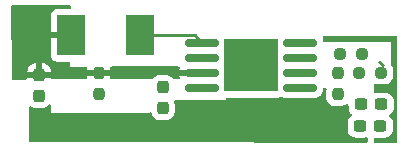
<source format=gbr>
%TF.GenerationSoftware,KiCad,Pcbnew,6.99.0-unknown-bde2d388f1~154~ubuntu22.04.1*%
%TF.CreationDate,2022-09-14T17:24:21+01:00*%
%TF.ProjectId,boostcircuit,626f6f73-7463-4697-9263-7569742e6b69,rev?*%
%TF.SameCoordinates,Original*%
%TF.FileFunction,Copper,L1,Top*%
%TF.FilePolarity,Positive*%
%FSLAX46Y46*%
G04 Gerber Fmt 4.6, Leading zero omitted, Abs format (unit mm)*
G04 Created by KiCad (PCBNEW 6.99.0-unknown-bde2d388f1~154~ubuntu22.04.1) date 2022-09-14 17:24:21*
%MOMM*%
%LPD*%
G01*
G04 APERTURE LIST*
G04 Aperture macros list*
%AMRoundRect*
0 Rectangle with rounded corners*
0 $1 Rounding radius*
0 $2 $3 $4 $5 $6 $7 $8 $9 X,Y pos of 4 corners*
0 Add a 4 corners polygon primitive as box body*
4,1,4,$2,$3,$4,$5,$6,$7,$8,$9,$2,$3,0*
0 Add four circle primitives for the rounded corners*
1,1,$1+$1,$2,$3*
1,1,$1+$1,$4,$5*
1,1,$1+$1,$6,$7*
1,1,$1+$1,$8,$9*
0 Add four rect primitives between the rounded corners*
20,1,$1+$1,$2,$3,$4,$5,0*
20,1,$1+$1,$4,$5,$6,$7,0*
20,1,$1+$1,$6,$7,$8,$9,0*
20,1,$1+$1,$8,$9,$2,$3,0*%
G04 Aperture macros list end*
%TA.AperFunction,SMDPad,CuDef*%
%ADD10RoundRect,0.175000X-1.250000X-0.175000X1.250000X-0.175000X1.250000X0.175000X-1.250000X0.175000X0*%
%TD*%
%TA.AperFunction,ComponentPad*%
%ADD11C,0.810000*%
%TD*%
%TA.AperFunction,SMDPad,CuDef*%
%ADD12R,4.570000X4.450000*%
%TD*%
%TA.AperFunction,SMDPad,CuDef*%
%ADD13RoundRect,0.237500X-0.237500X0.250000X-0.237500X-0.250000X0.237500X-0.250000X0.237500X0.250000X0*%
%TD*%
%TA.AperFunction,SMDPad,CuDef*%
%ADD14RoundRect,0.237500X0.250000X0.237500X-0.250000X0.237500X-0.250000X-0.237500X0.250000X-0.237500X0*%
%TD*%
%TA.AperFunction,SMDPad,CuDef*%
%ADD15RoundRect,0.237500X0.300000X0.237500X-0.300000X0.237500X-0.300000X-0.237500X0.300000X-0.237500X0*%
%TD*%
%TA.AperFunction,SMDPad,CuDef*%
%ADD16R,2.413000X3.429000*%
%TD*%
%TA.AperFunction,SMDPad,CuDef*%
%ADD17RoundRect,0.237500X-0.237500X0.300000X-0.237500X-0.300000X0.237500X-0.300000X0.237500X0.300000X0*%
%TD*%
%TA.AperFunction,SMDPad,CuDef*%
%ADD18RoundRect,0.237500X0.237500X-0.250000X0.237500X0.250000X-0.237500X0.250000X-0.237500X-0.250000X0*%
%TD*%
%TA.AperFunction,SMDPad,CuDef*%
%ADD19RoundRect,0.237500X-0.250000X-0.237500X0.250000X-0.237500X0.250000X0.237500X-0.250000X0.237500X0*%
%TD*%
%TA.AperFunction,Conductor*%
%ADD20C,0.250000*%
%TD*%
G04 APERTURE END LIST*
D10*
%TO.P,U1,1,LX*%
%TO.N,Net-(U1-LX)*%
X138090000Y-89535000D03*
%TO.P,U1,2,LX*%
X138090000Y-90805000D03*
%TO.P,U1,3,Vin*%
%TO.N,+3.3V*%
X138090000Y-92075000D03*
%TO.P,U1,4,EN*%
%TO.N,Net-(U1-EN)*%
X138090000Y-93345000D03*
%TO.P,U1,5,Gnd*%
%TO.N,GND*%
X146390000Y-93345000D03*
%TO.P,U1,6,FB*%
%TO.N,Net-(U1-FB)*%
X146390000Y-92075000D03*
%TO.P,U1,7,OC*%
%TO.N,Net-(U1-OC)*%
X146390000Y-90805000D03*
%TO.P,U1,8,VO*%
%TO.N,Net-(U1-VO)*%
X146390000Y-89535000D03*
D11*
%TO.P,U1,9,PGND*%
%TO.N,GND*%
X140970000Y-90170000D03*
X140970000Y-91440000D03*
X140970000Y-92710000D03*
D12*
X142239999Y-91439999D03*
D11*
X143510000Y-90170000D03*
X143510000Y-91440000D03*
X143510000Y-92710000D03*
%TD*%
D13*
%TO.P,R2,1*%
%TO.N,Net-(U1-FB)*%
X149580000Y-92087500D03*
%TO.P,R2,2*%
%TO.N,GND*%
X149580000Y-93912500D03*
%TD*%
D14*
%TO.P,R1,1*%
%TO.N,Net-(U1-VO)*%
X153232500Y-92080000D03*
%TO.P,R1,2*%
%TO.N,Net-(U1-FB)*%
X151407500Y-92080000D03*
%TD*%
D15*
%TO.P,C4,1*%
%TO.N,Net-(U1-VO)*%
X153172500Y-96580000D03*
%TO.P,C4,2*%
%TO.N,GND*%
X151447500Y-96580000D03*
%TD*%
D16*
%TO.P,L1,1*%
%TO.N,+3.3V*%
X126999999Y-88899999D03*
%TO.P,L1,2*%
%TO.N,Net-(U1-LX)*%
X132841999Y-88899999D03*
%TD*%
D15*
%TO.P,C3,1*%
%TO.N,Net-(U1-VO)*%
X153252500Y-94750000D03*
%TO.P,C3,2*%
%TO.N,GND*%
X151527500Y-94750000D03*
%TD*%
D17*
%TO.P,C1,2*%
%TO.N,GND*%
X124280000Y-94005000D03*
%TO.P,C1,1*%
%TO.N,+3.3V*%
X124280000Y-92280000D03*
%TD*%
%TO.P,C8,1*%
%TO.N,Net-(U1-EN)*%
X134770000Y-93320000D03*
%TO.P,C8,2*%
%TO.N,GND*%
X134770000Y-95045000D03*
%TD*%
D18*
%TO.P,R3,1*%
%TO.N,Net-(U1-EN)*%
X129330000Y-93902500D03*
%TO.P,R3,2*%
%TO.N,+3.3V*%
X129330000Y-92077500D03*
%TD*%
D19*
%TO.P,R9,2*%
%TO.N,GND*%
X151592500Y-90490000D03*
%TO.P,R9,1*%
%TO.N,Net-(U1-OC)*%
X149767500Y-90490000D03*
%TD*%
D20*
%TO.N,Net-(U1-VO)*%
X153357776Y-91440000D02*
X153057776Y-91140000D01*
%TO.N,Net-(U1-LX)*%
X132842000Y-88900000D02*
X137455000Y-88900000D01*
X137455000Y-88900000D02*
X138090000Y-89535000D01*
%TO.N,GND*%
X144145000Y-93345000D02*
X143510000Y-92710000D01*
%TO.N,Net-(U1-LX)*%
X132842000Y-88900000D02*
X133477000Y-88265000D01*
%TO.N,+3.3V*%
X136565000Y-92075000D02*
X138090000Y-92075000D01*
X126200000Y-89700000D02*
X127000000Y-88900000D01*
%TO.N,Net-(U1-EN)*%
X137795000Y-93345000D02*
X138090000Y-93345000D01*
%TO.N,Net-(U1-VO)*%
X146390000Y-89535000D02*
X146685000Y-89535000D01*
%TD*%
%TA.AperFunction,Conductor*%
%TO.N,+3.3V*%
G36*
X126938926Y-86380002D02*
G01*
X126985419Y-86433658D01*
X126996765Y-86489156D01*
X126995124Y-86554656D01*
X126973423Y-86622254D01*
X126918619Y-86667389D01*
X126869164Y-86677500D01*
X125748277Y-86677500D01*
X125741562Y-86677860D01*
X125692243Y-86683162D01*
X125677022Y-86686759D01*
X125555980Y-86731905D01*
X125540324Y-86740454D01*
X125437807Y-86817198D01*
X125425198Y-86829807D01*
X125348454Y-86932324D01*
X125339905Y-86947980D01*
X125294759Y-87069022D01*
X125291162Y-87084243D01*
X125285860Y-87133562D01*
X125285500Y-87140277D01*
X125285500Y-88627885D01*
X125289975Y-88643124D01*
X125291365Y-88644329D01*
X125299048Y-88646000D01*
X126942740Y-88646000D01*
X126930015Y-89154000D01*
X125303615Y-89154000D01*
X125288376Y-89158475D01*
X125287171Y-89159865D01*
X125285500Y-89167548D01*
X125285500Y-90659723D01*
X125285860Y-90666438D01*
X125291162Y-90715757D01*
X125294759Y-90730978D01*
X125339905Y-90852020D01*
X125348454Y-90867676D01*
X125425198Y-90970193D01*
X125437807Y-90982802D01*
X125540324Y-91059546D01*
X125555980Y-91068095D01*
X125677022Y-91113241D01*
X125692243Y-91116838D01*
X125741562Y-91122140D01*
X125748277Y-91122500D01*
X126751513Y-91122500D01*
X126819634Y-91142502D01*
X126866127Y-91196158D01*
X126877473Y-91251655D01*
X126870000Y-91550000D01*
X127247295Y-91549090D01*
X128230777Y-91546719D01*
X128298946Y-91566557D01*
X128345568Y-91620101D01*
X128356429Y-91685524D01*
X128347325Y-91774637D01*
X128347000Y-91781030D01*
X128347000Y-91805385D01*
X128351475Y-91820624D01*
X128352865Y-91821829D01*
X128360548Y-91823500D01*
X130294885Y-91823500D01*
X130310124Y-91819025D01*
X130311329Y-91817635D01*
X130313000Y-91809952D01*
X130313000Y-91781030D01*
X130312675Y-91774639D01*
X130303029Y-91680225D01*
X130316005Y-91610424D01*
X130364657Y-91558719D01*
X130428071Y-91541419D01*
X134394948Y-91531853D01*
X136069042Y-91527816D01*
X136137211Y-91547654D01*
X136183833Y-91601197D01*
X136194106Y-91671447D01*
X136189641Y-91691301D01*
X136165237Y-91769617D01*
X136162651Y-91782621D01*
X136160803Y-91802957D01*
X136163744Y-91817851D01*
X136175605Y-91821000D01*
X138218000Y-91821000D01*
X138286121Y-91841002D01*
X138332614Y-91894658D01*
X138344000Y-91947000D01*
X138344000Y-92203000D01*
X138323998Y-92271121D01*
X138270342Y-92317614D01*
X138218000Y-92329000D01*
X136177279Y-92329000D01*
X136162714Y-92333277D01*
X136160651Y-92345372D01*
X136162650Y-92367371D01*
X136165240Y-92380392D01*
X136183087Y-92437667D01*
X136184256Y-92508653D01*
X136146861Y-92569004D01*
X136082775Y-92599556D01*
X136063229Y-92601150D01*
X135695178Y-92602426D01*
X135626989Y-92582660D01*
X135598195Y-92556646D01*
X135596658Y-92554154D01*
X135473346Y-92430842D01*
X135324920Y-92339291D01*
X135259502Y-92317614D01*
X135165907Y-92286600D01*
X135165903Y-92286599D01*
X135159381Y-92284438D01*
X135152547Y-92283740D01*
X135152543Y-92283739D01*
X135060397Y-92274325D01*
X135060391Y-92274325D01*
X135057213Y-92274000D01*
X134770045Y-92274000D01*
X134482788Y-92274001D01*
X134479611Y-92274326D01*
X134479602Y-92274326D01*
X134431735Y-92279216D01*
X134380619Y-92284438D01*
X134215080Y-92339291D01*
X134066654Y-92430842D01*
X133943342Y-92554154D01*
X133939489Y-92560401D01*
X133939008Y-92561009D01*
X133881066Y-92602036D01*
X133840617Y-92608854D01*
X130427795Y-92620684D01*
X130359607Y-92600918D01*
X130312928Y-92547424D01*
X130302894Y-92479312D01*
X130302569Y-92479279D01*
X130302700Y-92477995D01*
X130302581Y-92477186D01*
X130303058Y-92474492D01*
X130312675Y-92380361D01*
X130313000Y-92373971D01*
X130313000Y-92349615D01*
X130308525Y-92334376D01*
X130307135Y-92333171D01*
X130299452Y-92331500D01*
X128365115Y-92331500D01*
X128349876Y-92335975D01*
X128348671Y-92337365D01*
X128347000Y-92345048D01*
X128347000Y-92373971D01*
X128347325Y-92380361D01*
X128356732Y-92472438D01*
X128357475Y-92475908D01*
X128357311Y-92478102D01*
X128357431Y-92479279D01*
X128357221Y-92479300D01*
X128352177Y-92546706D01*
X128309444Y-92603402D01*
X128242843Y-92627994D01*
X128234704Y-92628285D01*
X126794166Y-92633278D01*
X125383026Y-92638170D01*
X125314837Y-92618404D01*
X125268158Y-92564910D01*
X125261693Y-92547668D01*
X125258524Y-92536875D01*
X125257135Y-92535671D01*
X125249452Y-92534000D01*
X123315115Y-92534000D01*
X123299876Y-92538475D01*
X123298670Y-92539867D01*
X123297203Y-92546609D01*
X123263178Y-92608922D01*
X123200866Y-92642947D01*
X123174521Y-92645825D01*
X122801432Y-92647118D01*
X122095436Y-92649565D01*
X122027246Y-92629799D01*
X121980567Y-92576305D01*
X121969003Y-92524568D01*
X121964896Y-92007885D01*
X123297000Y-92007885D01*
X123301475Y-92023124D01*
X123302865Y-92024329D01*
X123310548Y-92026000D01*
X124007885Y-92026000D01*
X124023124Y-92021525D01*
X124024329Y-92020135D01*
X124026000Y-92012452D01*
X124026000Y-92007885D01*
X124534000Y-92007885D01*
X124538475Y-92023124D01*
X124539865Y-92024329D01*
X124547548Y-92026000D01*
X125244885Y-92026000D01*
X125260124Y-92021525D01*
X125261329Y-92020135D01*
X125263000Y-92012452D01*
X125263000Y-91933530D01*
X125262675Y-91927139D01*
X125253267Y-91835057D01*
X125250408Y-91821699D01*
X125200058Y-91669753D01*
X125193902Y-91656551D01*
X125110117Y-91520715D01*
X125101070Y-91509274D01*
X124988226Y-91396430D01*
X124976785Y-91387383D01*
X124840949Y-91303598D01*
X124827747Y-91297442D01*
X124675801Y-91247092D01*
X124662443Y-91244233D01*
X124570361Y-91234825D01*
X124563970Y-91234500D01*
X124552115Y-91234500D01*
X124536876Y-91238975D01*
X124535671Y-91240365D01*
X124534000Y-91248048D01*
X124534000Y-92007885D01*
X124026000Y-92007885D01*
X124026000Y-91252615D01*
X124021525Y-91237376D01*
X124020135Y-91236171D01*
X124012452Y-91234500D01*
X123996030Y-91234500D01*
X123989639Y-91234825D01*
X123897557Y-91244233D01*
X123884199Y-91247092D01*
X123732253Y-91297442D01*
X123719051Y-91303598D01*
X123583215Y-91387383D01*
X123571774Y-91396430D01*
X123458930Y-91509274D01*
X123449883Y-91520715D01*
X123366098Y-91656551D01*
X123359942Y-91669753D01*
X123309592Y-91821699D01*
X123306733Y-91835057D01*
X123297325Y-91927139D01*
X123297000Y-91933530D01*
X123297000Y-92007885D01*
X121964896Y-92007885D01*
X121921010Y-86487002D01*
X121940470Y-86418724D01*
X121993754Y-86371806D01*
X122047006Y-86360000D01*
X126870805Y-86360000D01*
X126938926Y-86380002D01*
G37*
%TD.AperFunction*%
%TD*%
%TA.AperFunction,NonConductor*%
G36*
X148462653Y-93327599D02*
G01*
X148495732Y-93328354D01*
X148563378Y-93349906D01*
X148608634Y-93404609D01*
X148617131Y-93475095D01*
X148612461Y-93493950D01*
X148606938Y-93510619D01*
X148606240Y-93517453D01*
X148606239Y-93517457D01*
X148596825Y-93609603D01*
X148596500Y-93612787D01*
X148596501Y-94212212D01*
X148606938Y-94314381D01*
X148661791Y-94479920D01*
X148665642Y-94486163D01*
X148731614Y-94593119D01*
X148753342Y-94628346D01*
X148876654Y-94751658D01*
X148882901Y-94755511D01*
X148882902Y-94755512D01*
X148907762Y-94770846D01*
X149025080Y-94843209D01*
X149087255Y-94863811D01*
X149184093Y-94895900D01*
X149184097Y-94895901D01*
X149190619Y-94898062D01*
X149197453Y-94898760D01*
X149197457Y-94898761D01*
X149289603Y-94908175D01*
X149289609Y-94908175D01*
X149292787Y-94908500D01*
X149579955Y-94908500D01*
X149867212Y-94908499D01*
X149870389Y-94908174D01*
X149870398Y-94908174D01*
X149918265Y-94903284D01*
X149969381Y-94898062D01*
X150134920Y-94843209D01*
X150252238Y-94770846D01*
X150277100Y-94755511D01*
X150277102Y-94755509D01*
X150283346Y-94751658D01*
X150283957Y-94752649D01*
X150343186Y-94728751D01*
X150412936Y-94742000D01*
X150464450Y-94790854D01*
X150481501Y-94854147D01*
X150481501Y-95037212D01*
X150481826Y-95040389D01*
X150481826Y-95040398D01*
X150486529Y-95086430D01*
X150491938Y-95139381D01*
X150546791Y-95304920D01*
X150638342Y-95453346D01*
X150727734Y-95542738D01*
X150761760Y-95605050D01*
X150756695Y-95675865D01*
X150714148Y-95732701D01*
X150704788Y-95739073D01*
X150681654Y-95753342D01*
X150558342Y-95876654D01*
X150466791Y-96025080D01*
X150411938Y-96190619D01*
X150401500Y-96292787D01*
X150401501Y-96867212D01*
X150411938Y-96969381D01*
X150466791Y-97134920D01*
X150558342Y-97283346D01*
X150681654Y-97406658D01*
X150830080Y-97498209D01*
X150892255Y-97518811D01*
X150989093Y-97550900D01*
X150989097Y-97550901D01*
X150995619Y-97553062D01*
X151002453Y-97553760D01*
X151002457Y-97553761D01*
X151094603Y-97563175D01*
X151094609Y-97563175D01*
X151097787Y-97563500D01*
X151447445Y-97563500D01*
X151797212Y-97563499D01*
X151800389Y-97563174D01*
X151800398Y-97563174D01*
X151848265Y-97558284D01*
X151899381Y-97553062D01*
X151905906Y-97550900D01*
X151941309Y-97539169D01*
X152012264Y-97536729D01*
X152073274Y-97573038D01*
X152104969Y-97636567D01*
X152106936Y-97657671D01*
X152106987Y-97663495D01*
X152106219Y-97675173D01*
X152106418Y-97675187D01*
X152106110Y-97679684D01*
X152105484Y-97684136D01*
X152106004Y-97856368D01*
X152106085Y-97883257D01*
X152086289Y-97951438D01*
X152032774Y-97998092D01*
X151979736Y-98009637D01*
X133129750Y-97957038D01*
X123564087Y-97930346D01*
X123496023Y-97910153D01*
X123449680Y-97856368D01*
X123438449Y-97805921D01*
X123430010Y-97130800D01*
X123430000Y-97129225D01*
X123430000Y-95029460D01*
X123450002Y-94961339D01*
X123503658Y-94914846D01*
X123573932Y-94904742D01*
X123622147Y-94922219D01*
X123679675Y-94957702D01*
X123725080Y-94985709D01*
X123787255Y-95006311D01*
X123884093Y-95038400D01*
X123884097Y-95038401D01*
X123890619Y-95040562D01*
X123897453Y-95041260D01*
X123897457Y-95041261D01*
X123989603Y-95050675D01*
X123989609Y-95050675D01*
X123992787Y-95051000D01*
X124279955Y-95051000D01*
X124567212Y-95050999D01*
X124570389Y-95050674D01*
X124570398Y-95050674D01*
X124618265Y-95045784D01*
X124669381Y-95040562D01*
X124834920Y-94985709D01*
X124966187Y-94904742D01*
X124977098Y-94898012D01*
X124977099Y-94898011D01*
X124983346Y-94894158D01*
X125092158Y-94785346D01*
X125154470Y-94751320D01*
X125225285Y-94756385D01*
X125282121Y-94798932D01*
X125306932Y-94865452D01*
X125307252Y-94873817D01*
X125310000Y-95440000D01*
X125323235Y-95440064D01*
X126255691Y-95444569D01*
X133590000Y-95480000D01*
X133590134Y-95472640D01*
X133648972Y-95435226D01*
X133719967Y-95435568D01*
X133779508Y-95474239D01*
X133803492Y-95516660D01*
X133851791Y-95662420D01*
X133943342Y-95810846D01*
X134066654Y-95934158D01*
X134215080Y-96025709D01*
X134238176Y-96033362D01*
X134374093Y-96078400D01*
X134374097Y-96078401D01*
X134380619Y-96080562D01*
X134387453Y-96081260D01*
X134387457Y-96081261D01*
X134479603Y-96090675D01*
X134479609Y-96090675D01*
X134482787Y-96091000D01*
X134769955Y-96091000D01*
X135057212Y-96090999D01*
X135060389Y-96090674D01*
X135060398Y-96090674D01*
X135108265Y-96085784D01*
X135159381Y-96080562D01*
X135324920Y-96025709D01*
X135473346Y-95934158D01*
X135596658Y-95810846D01*
X135688209Y-95662420D01*
X135743062Y-95496881D01*
X135745376Y-95474239D01*
X135753175Y-95397897D01*
X135753175Y-95397891D01*
X135753500Y-95394713D01*
X135753499Y-94695288D01*
X135743062Y-94593119D01*
X135730096Y-94553989D01*
X135727656Y-94483036D01*
X135763964Y-94422026D01*
X135827493Y-94390331D01*
X135850171Y-94388359D01*
X135977038Y-94388832D01*
X136290000Y-94390000D01*
X136290380Y-94389997D01*
X136290453Y-94389997D01*
X139436045Y-94365843D01*
X140099929Y-94360745D01*
X140098809Y-94301898D01*
X140117511Y-94233409D01*
X140170272Y-94185903D01*
X140224786Y-94173500D01*
X144573638Y-94173500D01*
X144576985Y-94173140D01*
X144576988Y-94173140D01*
X144597295Y-94170957D01*
X144634201Y-94166989D01*
X144734736Y-94129491D01*
X144805552Y-94124426D01*
X144843955Y-94139719D01*
X144857423Y-94147861D01*
X144864695Y-94150127D01*
X144864697Y-94150128D01*
X145009530Y-94195260D01*
X145009532Y-94195260D01*
X145015891Y-94197242D01*
X145084757Y-94203500D01*
X146389772Y-94203500D01*
X147695242Y-94203499D01*
X147698090Y-94203240D01*
X147698095Y-94203240D01*
X147757463Y-94197846D01*
X147757465Y-94197846D01*
X147764109Y-94197242D01*
X147861194Y-94166989D01*
X147915303Y-94150128D01*
X147915305Y-94150127D01*
X147922577Y-94147861D01*
X148064623Y-94061992D01*
X148181992Y-93944623D01*
X148267861Y-93802577D01*
X148275851Y-93776938D01*
X148315260Y-93650470D01*
X148315260Y-93650468D01*
X148317242Y-93644109D01*
X148323500Y-93575243D01*
X148323500Y-93453331D01*
X148343502Y-93385210D01*
X148397158Y-93338717D01*
X148452376Y-93327364D01*
X148462653Y-93327599D01*
G37*
%TD.AperFunction*%
%TA.AperFunction,NonConductor*%
G36*
X154561656Y-88950181D02*
G01*
X154608314Y-89003693D01*
X154619861Y-89056525D01*
X154619656Y-89242537D01*
X154610138Y-97894139D01*
X154590061Y-97962237D01*
X154536354Y-98008671D01*
X154484138Y-98020000D01*
X152745620Y-98020000D01*
X152677499Y-97999998D01*
X152631006Y-97946342D01*
X152619621Y-97894380D01*
X152618982Y-97682587D01*
X152638778Y-97614406D01*
X152692293Y-97567752D01*
X152757788Y-97556860D01*
X152819585Y-97563174D01*
X152819607Y-97563175D01*
X152822787Y-97563500D01*
X153172445Y-97563500D01*
X153522212Y-97563499D01*
X153525389Y-97563174D01*
X153525398Y-97563174D01*
X153573265Y-97558284D01*
X153624381Y-97553062D01*
X153789920Y-97498209D01*
X153938346Y-97406658D01*
X154061658Y-97283346D01*
X154153209Y-97134920D01*
X154208062Y-96969381D01*
X154218500Y-96867213D01*
X154218499Y-96292788D01*
X154208062Y-96190619D01*
X154153209Y-96025080D01*
X154061658Y-95876654D01*
X153972266Y-95787262D01*
X153938240Y-95724950D01*
X153943305Y-95654135D01*
X153985852Y-95597299D01*
X153995214Y-95590926D01*
X154012098Y-95580512D01*
X154012099Y-95580511D01*
X154018346Y-95576658D01*
X154141658Y-95453346D01*
X154233209Y-95304920D01*
X154288062Y-95139381D01*
X154298500Y-95037213D01*
X154298499Y-94462788D01*
X154288062Y-94360619D01*
X154233209Y-94195080D01*
X154141658Y-94046654D01*
X154018346Y-93923342D01*
X153998668Y-93911204D01*
X153876163Y-93835642D01*
X153869920Y-93831791D01*
X153781756Y-93802577D01*
X153710907Y-93779100D01*
X153710903Y-93779099D01*
X153704381Y-93776938D01*
X153697547Y-93776240D01*
X153697543Y-93776239D01*
X153605397Y-93766825D01*
X153605391Y-93766825D01*
X153602213Y-93766500D01*
X153252555Y-93766500D01*
X152902788Y-93766501D01*
X152899611Y-93766826D01*
X152899602Y-93766826D01*
X152851735Y-93771716D01*
X152800619Y-93776938D01*
X152794097Y-93779099D01*
X152794093Y-93779100D01*
X152772502Y-93786255D01*
X152701547Y-93788696D01*
X152640537Y-93752389D01*
X152608841Y-93688860D01*
X152606869Y-93667031D01*
X152605319Y-93153275D01*
X152625115Y-93085094D01*
X152678630Y-93038440D01*
X152748873Y-93028124D01*
X152770950Y-93033290D01*
X152824093Y-93050900D01*
X152824097Y-93050901D01*
X152830619Y-93053062D01*
X152837453Y-93053760D01*
X152837457Y-93053761D01*
X152929603Y-93063175D01*
X152929609Y-93063175D01*
X152932787Y-93063500D01*
X153232453Y-93063500D01*
X153532212Y-93063499D01*
X153535389Y-93063174D01*
X153535398Y-93063174D01*
X153583265Y-93058284D01*
X153634381Y-93053062D01*
X153799920Y-92998209D01*
X153948346Y-92906658D01*
X154071658Y-92783346D01*
X154163209Y-92634920D01*
X154183811Y-92572745D01*
X154215900Y-92475907D01*
X154215901Y-92475903D01*
X154218062Y-92469381D01*
X154227796Y-92374109D01*
X154228175Y-92370397D01*
X154228175Y-92370391D01*
X154228500Y-92367213D01*
X154228499Y-91792788D01*
X154227989Y-91787787D01*
X154218760Y-91697456D01*
X154218062Y-91690619D01*
X154163209Y-91525080D01*
X154071658Y-91376654D01*
X154067494Y-91372490D01*
X154041154Y-91307207D01*
X154040554Y-91294247D01*
X154050000Y-89490000D01*
X154036236Y-89490022D01*
X154036235Y-89490022D01*
X148449703Y-89499076D01*
X148381550Y-89479184D01*
X148334970Y-89425604D01*
X148323499Y-89373076D01*
X148323499Y-89304758D01*
X148317242Y-89235891D01*
X148278813Y-89112569D01*
X148277643Y-89041582D01*
X148315038Y-88981231D01*
X148379124Y-88950678D01*
X148398721Y-88949084D01*
X152873889Y-88935356D01*
X154493474Y-88930388D01*
X154561656Y-88950181D01*
G37*
%TD.AperFunction*%
M02*

</source>
